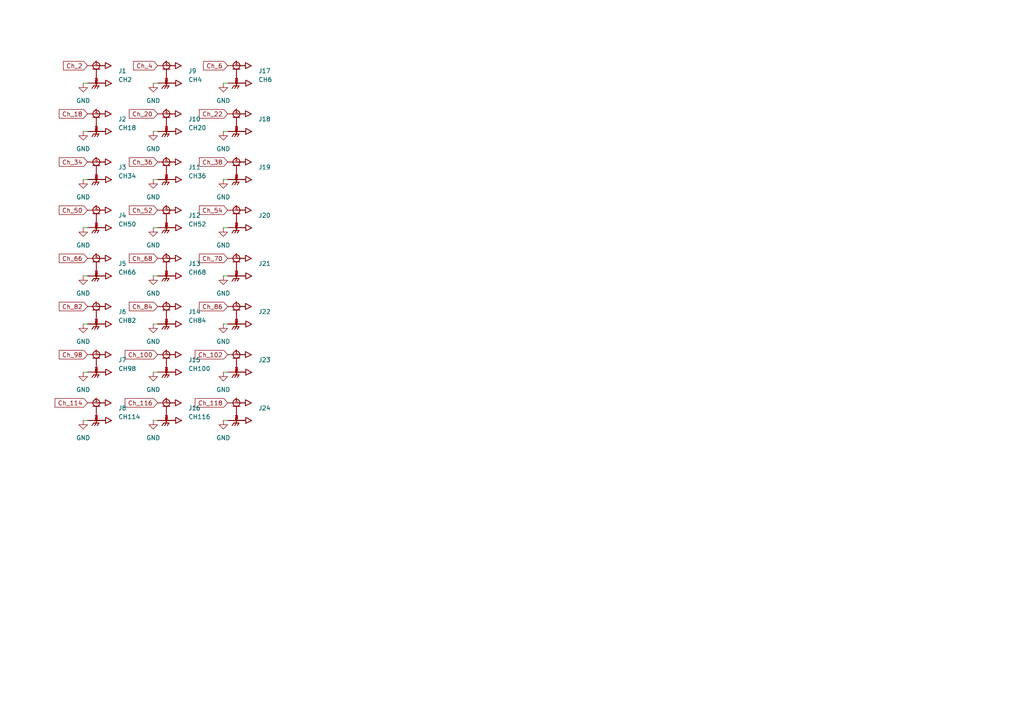
<source format=kicad_sch>
(kicad_sch (version 20231120) (generator "eeschema") (generator_version "8.0")
  (paper "A4")
  (lib_symbols
    (symbol "FARICH:20449-001E-03" (pin_names (offset 1.016))
      (property "Reference" "J" (at -3.816 4.0704 0))
      (property "Value" "20449-001E-03" (at -4.3251 -5.5971 0))
      (symbol "20449-001E-03_0_0"
        (circle (center 0 -2.54) (radius 0.254) (stroke (width 0.254)))
        (polyline (pts (xy -1.016 1.524) (xy 0 1.524)) (stroke (width 0.254)))
        (polyline (pts (xy -0.762 -3.302) (xy -1.27 -4.064)) (stroke (width 0.254)))
        (polyline (pts (xy 0 -3.302) (xy -0.762 -3.302)) (stroke (width 0.254)))
        (polyline (pts (xy 0 -3.302) (xy -0.508 -4.064)) (stroke (width 0.254)))
        (polyline (pts (xy 0 -3.302) (xy 0.762 -3.302)) (stroke (width 0.254)))
        (polyline (pts (xy 0 -2.54) (xy 0 -3.302)) (stroke (width 0.254)))
        (polyline (pts (xy 0 1.524) (xy 0 -2.54)) (stroke (width 0.254)))
        (polyline (pts (xy 0 1.524) (xy 1.016 1.524)) (stroke (width 0.254)))
        (polyline (pts (xy 0.762 -3.302) (xy 0.254 -4.064)) (stroke (width 0.254)))
        (polyline (pts (xy 2.54 -2.54) (xy 0 -2.54)) (stroke (width 0.254)))
        (polyline (pts (xy 2.54 2.54) (xy 0 2.54)) (stroke (width 0.254)))
        (polyline (pts (xy 2.6 1.7) (xy 4.3 2.5)) (stroke (width 0.254)))
        (polyline (pts (xy 2.6 3.4) (xy 2.6 1.7)) (stroke (width 0.254)))
        (polyline (pts (xy 2.7 -3.4) (xy 4.4 -2.6)) (stroke (width 0.254)))
        (polyline (pts (xy 2.7 -1.7) (xy 2.7 -3.4)) (stroke (width 0.254)))
        (polyline (pts (xy 4.3 2.5) (xy 2.7 3.4)) (stroke (width 0.254)))
        (polyline (pts (xy 4.4 -2.6) (xy 2.8 -1.7)) (stroke (width 0.254)))
        (circle (center 0 2.54) (radius 1.016) (stroke (width 0.254)))
        (pin passive line (at -2.54 2.54 0) (length 5.08) (name "~") (number "1"))
        (pin power_in line (at -2.54 -2.54 0) (length 5.08) (name "~") (number "2"))
        (pin power_in line (at -2.54 -2.54 0) (length 5.08) (name "~") (number "3"))
        (pin power_in line (at -2.54 -2.54 0) (length 5.08) (name "~") (number "4"))
      )
    )
    (symbol "power:GND" (power) (pin_numbers hide) (pin_names (offset 0) hide)
      (property "Value" "GND" (at 0 -3.81 0))
      (symbol "GND_0_1"
        (polyline (pts (xy 0 0) (xy 0 -1.27) (xy 1.27 -1.27) (xy 0 -2.54) (xy -1.27 -1.27) (xy 0 -1.27)))
      )
      (symbol "GND_1_1"
        (pin power_in line (at 0 0 270) (length 0) (name "~") (number "1"))
      )
    )
  )
  (wire (pts (xy 24.13 52.07) (xy 25.4 52.07)))
  (wire (pts (xy 24.13 24.13) (xy 25.4 24.13)))
  (wire (pts (xy 44.45 66.04) (xy 45.72 66.04)))
  (wire (pts (xy 44.45 93.98) (xy 45.72 93.98)))
  (wire (pts (xy 64.77 121.92) (xy 66.04 121.92)))
  (wire (pts (xy 44.45 80.01) (xy 45.72 80.01)))
  (wire (pts (xy 64.77 80.01) (xy 66.04 80.01)))
  (wire (pts (xy 64.77 52.07) (xy 66.04 52.07)))
  (wire (pts (xy 44.45 107.95) (xy 45.72 107.95)))
  (wire (pts (xy 44.45 121.92) (xy 45.72 121.92)))
  (wire (pts (xy 24.13 93.98) (xy 25.4 93.98)))
  (wire (pts (xy 64.77 24.13) (xy 66.04 24.13)))
  (wire (pts (xy 64.77 93.98) (xy 66.04 93.98)))
  (wire (pts (xy 64.77 107.95) (xy 66.04 107.95)))
  (wire (pts (xy 64.77 38.1) (xy 66.04 38.1)))
  (wire (pts (xy 24.13 66.04) (xy 25.4 66.04)))
  (wire (pts (xy 24.13 38.1) (xy 25.4 38.1)))
  (wire (pts (xy 24.13 80.01) (xy 25.4 80.01)))
  (wire (pts (xy 24.13 107.95) (xy 25.4 107.95)))
  (wire (pts (xy 24.13 121.92) (xy 25.4 121.92)))
  (wire (pts (xy 64.77 66.04) (xy 66.04 66.04)))
  (wire (pts (xy 44.45 38.1) (xy 45.72 38.1)))
  (wire (pts (xy 44.45 24.13) (xy 45.72 24.13)))
  (wire (pts (xy 44.45 52.07) (xy 45.72 52.07)))
  (global_label "Ch_102" (shape input) (at 66.04 102.87 180) (property "Intersheetrefs" "${INTERSHEET_REFS}" (effects (hide yes))))
  (global_label "Ch_36" (shape input) (at 45.72 46.99 180) (property "Intersheetrefs" "${INTERSHEET_REFS}" (effects (hide yes))))
  (global_label "Ch_84" (shape input) (at 45.72 88.9 180) (property "Intersheetrefs" "${INTERSHEET_REFS}" (effects (hide yes))))
  (global_label "Ch_52" (shape input) (at 45.72 60.96 180) (property "Intersheetrefs" "${INTERSHEET_REFS}" (effects (hide yes))))
  (global_label "Ch_34" (shape input) (at 25.4 46.99 180) (property "Intersheetrefs" "${INTERSHEET_REFS}" (effects (hide yes))))
  (global_label "Ch_114" (shape input) (at 25.4 116.84 180) (property "Intersheetrefs" "${INTERSHEET_REFS}" (effects (hide yes))))
  (global_label "Ch_86" (shape input) (at 66.04 88.9 180) (property "Intersheetrefs" "${INTERSHEET_REFS}" (effects (hide yes))))
  (global_label "Ch_18" (shape input) (at 25.4 33.02 180) (property "Intersheetrefs" "${INTERSHEET_REFS}" (effects (hide yes))))
  (global_label "Ch_100" (shape input) (at 45.72 102.87 180) (property "Intersheetrefs" "${INTERSHEET_REFS}" (effects (hide yes))))
  (global_label "Ch_4" (shape input) (at 45.72 19.05 180) (property "Intersheetrefs" "${INTERSHEET_REFS}" (effects (hide yes))))
  (global_label "Ch_118" (shape input) (at 66.04 116.84 180) (property "Intersheetrefs" "${INTERSHEET_REFS}" (effects (hide yes))))
  (global_label "Ch_22" (shape input) (at 66.04 33.02 180) (property "Intersheetrefs" "${INTERSHEET_REFS}" (effects (hide yes))))
  (global_label "Ch_38" (shape input) (at 66.04 46.99 180) (property "Intersheetrefs" "${INTERSHEET_REFS}" (effects (hide yes))))
  (global_label "Ch_82" (shape input) (at 25.4 88.9 180) (property "Intersheetrefs" "${INTERSHEET_REFS}" (effects (hide yes))))
  (global_label "Ch_116" (shape input) (at 45.72 116.84 180) (property "Intersheetrefs" "${INTERSHEET_REFS}" (effects (hide yes))))
  (global_label "Ch_54" (shape input) (at 66.04 60.96 180) (property "Intersheetrefs" "${INTERSHEET_REFS}" (effects (hide yes))))
  (global_label "Ch_70" (shape input) (at 66.04 74.93 180) (property "Intersheetrefs" "${INTERSHEET_REFS}" (effects (hide yes))))
  (global_label "Ch_20" (shape input) (at 45.72 33.02 180) (property "Intersheetrefs" "${INTERSHEET_REFS}" (effects (hide yes))))
  (global_label "Ch_2" (shape input) (at 25.4 19.05 180) (property "Intersheetrefs" "${INTERSHEET_REFS}" (effects (hide yes))))
  (global_label "Ch_98" (shape input) (at 25.4 102.87 180) (property "Intersheetrefs" "${INTERSHEET_REFS}" (effects (hide yes))))
  (global_label "Ch_50" (shape input) (at 25.4 60.96 180) (property "Intersheetrefs" "${INTERSHEET_REFS}" (effects (hide yes))))
  (global_label "Ch_68" (shape input) (at 45.72 74.93 180) (property "Intersheetrefs" "${INTERSHEET_REFS}" (effects (hide yes))))
  (global_label "Ch_6" (shape input) (at 66.04 19.05 180) (property "Intersheetrefs" "${INTERSHEET_REFS}" (effects (hide yes))))
  (global_label "Ch_66" (shape input) (at 25.4 74.93 180) (property "Intersheetrefs" "${INTERSHEET_REFS}" (effects (hide yes))))
  (symbol (lib_id "power:GND") (at 24.13 93.98 0) (unit 1)
    (property "Reference" "#PWR07" (effects (hide yes)))
    (property "Value" "GND" (at 24.13 99.06 0))
    (property "Description" "Power symbol creates a global label with name \"GND\" , ground" (effects (hide yes)))
  )
  (symbol (lib_id "power:GND") (at 24.13 121.92 0) (unit 1)
    (property "Reference" "#PWR09" (effects (hide yes)))
    (property "Value" "GND" (at 24.13 127 0))
    (property "Description" "Power symbol creates a global label with name \"GND\" , ground" (effects (hide yes)))
  )
  (symbol (lib_id "power:GND") (at 24.13 107.95 0) (unit 1)
    (property "Reference" "#PWR08" (effects (hide yes)))
    (property "Value" "GND" (at 24.13 113.03 0))
    (property "Description" "Power symbol creates a global label with name \"GND\" , ground" (effects (hide yes)))
  )
  (symbol (lib_id "FARICH:20449-001E-03") (at 48.26 119.38 0) (unit 1)
    (property "Reference" "J16" (at 54.61 118.3639 0) (effects (justify left)))
    (property "Value" "CH116" (at 54.61 120.9039 0) (effects (justify left)))
    (property "Footprint" "IPEX:IPEX_20449-001E-03" (effects (hide yes)))
    (property "MF" "I-PEX" (effects (hide yes)))
    (property "Description_1" "\n1 POS Vertical SMD Small form factor with big performance through 6 GHz connector, RF, micro-coaxial MHF 4 Receptacle\n" (effects (hide yes)))
    (property "Package" "None" (effects (hide yes)))
    (property "Price" "None" (effects (hide yes)))
    (property "Check_prices" "https://www.snapeda.com/parts/20449-001E-03/I-PEX/view-part/?ref=eda" (effects (hide yes)))
    (property "PARTREV" "5" (effects (hide yes)))
    (property "SnapEDA_Link" "https://www.snapeda.com/parts/20449-001E-03/I-PEX/view-part/?ref=snap" (effects (hide yes)))
    (property "MP" "20449-001E-03" (effects (hide yes)))
    (property "Purchase-URL" "https://www.snapeda.com/api/url_track_click_mouser/?unipart_id=3220640&manufacturer=I-PEX&part_name=20449-001E-03&search_term=ipex" (effects (hide yes)))
    (property "Availability" "In Stock" (effects (hide yes)))
    (property "STANDART" "Manufacturer Recomendations" (effects (hide yes)))
  )
  (symbol (lib_id "FARICH:20449-001E-03") (at 48.26 63.5 0) (unit 1)
    (property "Reference" "J12" (at 54.61 62.4839 0) (effects (justify left)))
    (property "Value" "CH52" (at 54.61 65.0239 0) (effects (justify left)))
    (property "Footprint" "IPEX:IPEX_20449-001E-03" (effects (hide yes)))
    (property "MF" "I-PEX" (effects (hide yes)))
    (property "Description_1" "\n1 POS Vertical SMD Small form factor with big performance through 6 GHz connector, RF, micro-coaxial MHF 4 Receptacle\n" (effects (hide yes)))
    (property "Package" "None" (effects (hide yes)))
    (property "Price" "None" (effects (hide yes)))
    (property "Check_prices" "https://www.snapeda.com/parts/20449-001E-03/I-PEX/view-part/?ref=eda" (effects (hide yes)))
    (property "PARTREV" "5" (effects (hide yes)))
    (property "SnapEDA_Link" "https://www.snapeda.com/parts/20449-001E-03/I-PEX/view-part/?ref=snap" (effects (hide yes)))
    (property "MP" "20449-001E-03" (effects (hide yes)))
    (property "Purchase-URL" "https://www.snapeda.com/api/url_track_click_mouser/?unipart_id=3220640&manufacturer=I-PEX&part_name=20449-001E-03&search_term=ipex" (effects (hide yes)))
    (property "Availability" "In Stock" (effects (hide yes)))
    (property "STANDART" "Manufacturer Recomendations" (effects (hide yes)))
  )
  (symbol (lib_id "power:GND") (at 64.77 121.92 0) (unit 1)
    (property "Reference" "#PWR025" (effects (hide yes)))
    (property "Value" "GND" (at 64.77 127 0))
    (property "Description" "Power symbol creates a global label with name \"GND\" , ground" (effects (hide yes)))
  )
  (symbol (lib_id "power:GND") (at 64.77 80.01 0) (unit 1)
    (property "Reference" "#PWR022" (effects (hide yes)))
    (property "Value" "GND" (at 64.77 85.09 0))
    (property "Description" "Power symbol creates a global label with name \"GND\" , ground" (effects (hide yes)))
  )
  (symbol (lib_id "FARICH:20449-001E-03") (at 27.94 91.44 0) (unit 1)
    (property "Reference" "J6" (at 34.29 90.4239 0) (effects (justify left)))
    (property "Value" "CH82" (at 34.29 92.9639 0) (effects (justify left)))
    (property "Footprint" "IPEX:IPEX_20449-001E-03" (effects (hide yes)))
    (property "MF" "I-PEX" (effects (hide yes)))
    (property "Description_1" "\n1 POS Vertical SMD Small form factor with big performance through 6 GHz connector, RF, micro-coaxial MHF 4 Receptacle\n" (effects (hide yes)))
    (property "Package" "None" (effects (hide yes)))
    (property "Price" "None" (effects (hide yes)))
    (property "Check_prices" "https://www.snapeda.com/parts/20449-001E-03/I-PEX/view-part/?ref=eda" (effects (hide yes)))
    (property "PARTREV" "5" (effects (hide yes)))
    (property "SnapEDA_Link" "https://www.snapeda.com/parts/20449-001E-03/I-PEX/view-part/?ref=snap" (effects (hide yes)))
    (property "MP" "20449-001E-03" (effects (hide yes)))
    (property "Purchase-URL" "https://www.snapeda.com/api/url_track_click_mouser/?unipart_id=3220640&manufacturer=I-PEX&part_name=20449-001E-03&search_term=ipex" (effects (hide yes)))
    (property "Availability" "In Stock" (effects (hide yes)))
    (property "STANDART" "Manufacturer Recomendations" (effects (hide yes)))
  )
  (symbol (lib_id "power:GND") (at 44.45 121.92 0) (unit 1)
    (property "Reference" "#PWR017" (effects (hide yes)))
    (property "Value" "GND" (at 44.45 127 0))
    (property "Description" "Power symbol creates a global label with name \"GND\" , ground" (effects (hide yes)))
  )
  (symbol (lib_id "power:GND") (at 64.77 52.07 0) (unit 1)
    (property "Reference" "#PWR020" (effects (hide yes)))
    (property "Value" "GND" (at 64.77 57.15 0))
    (property "Description" "Power symbol creates a global label with name \"GND\" , ground" (effects (hide yes)))
  )
  (symbol (lib_id "FARICH:20449-001E-03") (at 68.58 63.5 0) (unit 1)
    (property "Reference" "J20" (at 74.93 62.4839 0) (effects (justify left)))
    (property "Value" "CH54" (effects (hide yes)))
    (property "Footprint" "IPEX:IPEX_20449-001E-03" (effects (hide yes)))
    (property "MF" "I-PEX" (effects (hide yes)))
    (property "Description_1" "\n1 POS Vertical SMD Small form factor with big performance through 6 GHz connector, RF, micro-coaxial MHF 4 Receptacle\n" (effects (hide yes)))
    (property "Package" "None" (effects (hide yes)))
    (property "Price" "None" (effects (hide yes)))
    (property "Check_prices" "https://www.snapeda.com/parts/20449-001E-03/I-PEX/view-part/?ref=eda" (effects (hide yes)))
    (property "PARTREV" "5" (effects (hide yes)))
    (property "SnapEDA_Link" "https://www.snapeda.com/parts/20449-001E-03/I-PEX/view-part/?ref=snap" (effects (hide yes)))
    (property "MP" "20449-001E-03" (effects (hide yes)))
    (property "Purchase-URL" "https://www.snapeda.com/api/url_track_click_mouser/?unipart_id=3220640&manufacturer=I-PEX&part_name=20449-001E-03&search_term=ipex" (effects (hide yes)))
    (property "Availability" "In Stock" (effects (hide yes)))
    (property "STANDART" "Manufacturer Recomendations" (effects (hide yes)))
  )
  (symbol (lib_id "power:GND") (at 44.45 38.1 0) (unit 1)
    (property "Reference" "#PWR011" (effects (hide yes)))
    (property "Value" "GND" (at 44.45 43.18 0))
    (property "Description" "Power symbol creates a global label with name \"GND\" , ground" (effects (hide yes)))
  )
  (symbol (lib_id "FARICH:20449-001E-03") (at 27.94 63.5 0) (unit 1)
    (property "Reference" "J4" (at 34.29 62.4839 0) (effects (justify left)))
    (property "Value" "CH50" (at 34.29 65.0239 0) (effects (justify left)))
    (property "Footprint" "IPEX:IPEX_20449-001E-03" (effects (hide yes)))
    (property "MF" "I-PEX" (effects (hide yes)))
    (property "Description_1" "\n1 POS Vertical SMD Small form factor with big performance through 6 GHz connector, RF, micro-coaxial MHF 4 Receptacle\n" (effects (hide yes)))
    (property "Package" "None" (effects (hide yes)))
    (property "Price" "None" (effects (hide yes)))
    (property "Check_prices" "https://www.snapeda.com/parts/20449-001E-03/I-PEX/view-part/?ref=eda" (effects (hide yes)))
    (property "PARTREV" "5" (effects (hide yes)))
    (property "SnapEDA_Link" "https://www.snapeda.com/parts/20449-001E-03/I-PEX/view-part/?ref=snap" (effects (hide yes)))
    (property "MP" "20449-001E-03" (effects (hide yes)))
    (property "Purchase-URL" "https://www.snapeda.com/api/url_track_click_mouser/?unipart_id=3220640&manufacturer=I-PEX&part_name=20449-001E-03&search_term=ipex" (effects (hide yes)))
    (property "Availability" "In Stock" (effects (hide yes)))
    (property "STANDART" "Manufacturer Recomendations" (effects (hide yes)))
  )
  (symbol (lib_id "FARICH:20449-001E-03") (at 68.58 105.41 0) (unit 1)
    (property "Reference" "J23" (at 74.93 104.3939 0) (effects (justify left)))
    (property "Value" "CH102" (effects (hide yes)))
    (property "Footprint" "IPEX:IPEX_20449-001E-03" (effects (hide yes)))
    (property "MF" "I-PEX" (effects (hide yes)))
    (property "Description_1" "\n1 POS Vertical SMD Small form factor with big performance through 6 GHz connector, RF, micro-coaxial MHF 4 Receptacle\n" (effects (hide yes)))
    (property "Package" "None" (effects (hide yes)))
    (property "Price" "None" (effects (hide yes)))
    (property "Check_prices" "https://www.snapeda.com/parts/20449-001E-03/I-PEX/view-part/?ref=eda" (effects (hide yes)))
    (property "PARTREV" "5" (effects (hide yes)))
    (property "SnapEDA_Link" "https://www.snapeda.com/parts/20449-001E-03/I-PEX/view-part/?ref=snap" (effects (hide yes)))
    (property "MP" "20449-001E-03" (effects (hide yes)))
    (property "Purchase-URL" "https://www.snapeda.com/api/url_track_click_mouser/?unipart_id=3220640&manufacturer=I-PEX&part_name=20449-001E-03&search_term=ipex" (effects (hide yes)))
    (property "Availability" "In Stock" (effects (hide yes)))
    (property "STANDART" "Manufacturer Recomendations" (effects (hide yes)))
  )
  (symbol (lib_id "FARICH:20449-001E-03") (at 48.26 21.59 0) (unit 1)
    (property "Reference" "J9" (at 54.61 20.5739 0) (effects (justify left)))
    (property "Value" "CH4" (at 54.61 23.1139 0) (effects (justify left)))
    (property "Footprint" "IPEX:IPEX_20449-001E-03" (effects (hide yes)))
    (property "MF" "I-PEX" (effects (hide yes)))
    (property "Description_1" "\n1 POS Vertical SMD Small form factor with big performance through 6 GHz connector, RF, micro-coaxial MHF 4 Receptacle\n" (effects (hide yes)))
    (property "Package" "None" (effects (hide yes)))
    (property "Price" "None" (effects (hide yes)))
    (property "Check_prices" "https://www.snapeda.com/parts/20449-001E-03/I-PEX/view-part/?ref=eda" (effects (hide yes)))
    (property "PARTREV" "5" (effects (hide yes)))
    (property "SnapEDA_Link" "https://www.snapeda.com/parts/20449-001E-03/I-PEX/view-part/?ref=snap" (effects (hide yes)))
    (property "MP" "20449-001E-03" (effects (hide yes)))
    (property "Purchase-URL" "https://www.snapeda.com/api/url_track_click_mouser/?unipart_id=3220640&manufacturer=I-PEX&part_name=20449-001E-03&search_term=ipex" (effects (hide yes)))
    (property "Availability" "In Stock" (effects (hide yes)))
    (property "STANDART" "Manufacturer Recomendations" (effects (hide yes)))
  )
  (symbol (lib_id "FARICH:20449-001E-03") (at 68.58 77.47 0) (unit 1)
    (property "Reference" "J21" (at 74.93 76.4539 0) (effects (justify left)))
    (property "Value" "CH70" (effects (hide yes)))
    (property "Footprint" "IPEX:IPEX_20449-001E-03" (effects (hide yes)))
    (property "MF" "I-PEX" (effects (hide yes)))
    (property "Description_1" "\n1 POS Vertical SMD Small form factor with big performance through 6 GHz connector, RF, micro-coaxial MHF 4 Receptacle\n" (effects (hide yes)))
    (property "Package" "None" (effects (hide yes)))
    (property "Price" "None" (effects (hide yes)))
    (property "Check_prices" "https://www.snapeda.com/parts/20449-001E-03/I-PEX/view-part/?ref=eda" (effects (hide yes)))
    (property "PARTREV" "5" (effects (hide yes)))
    (property "SnapEDA_Link" "https://www.snapeda.com/parts/20449-001E-03/I-PEX/view-part/?ref=snap" (effects (hide yes)))
    (property "MP" "20449-001E-03" (effects (hide yes)))
    (property "Purchase-URL" "https://www.snapeda.com/api/url_track_click_mouser/?unipart_id=3220640&manufacturer=I-PEX&part_name=20449-001E-03&search_term=ipex" (effects (hide yes)))
    (property "Availability" "In Stock" (effects (hide yes)))
    (property "STANDART" "Manufacturer Recomendations" (effects (hide yes)))
  )
  (symbol (lib_id "power:GND") (at 64.77 66.04 0) (unit 1)
    (property "Reference" "#PWR021" (effects (hide yes)))
    (property "Value" "GND" (at 64.77 71.12 0))
    (property "Description" "Power symbol creates a global label with name \"GND\" , ground" (effects (hide yes)))
  )
  (symbol (lib_id "FARICH:20449-001E-03") (at 27.94 21.59 0) (unit 1)
    (property "Reference" "J1" (at 34.29 20.5739 0) (effects (justify left)))
    (property "Value" "CH2" (at 34.29 23.1139 0) (effects (justify left)))
    (property "Footprint" "IPEX:IPEX_20449-001E-03" (effects (hide yes)))
    (property "MF" "I-PEX" (effects (hide yes)))
    (property "Description_1" "\n1 POS Vertical SMD Small form factor with big performance through 6 GHz connector, RF, micro-coaxial MHF 4 Receptacle\n" (effects (hide yes)))
    (property "Package" "None" (effects (hide yes)))
    (property "Price" "None" (effects (hide yes)))
    (property "Check_prices" "https://www.snapeda.com/parts/20449-001E-03/I-PEX/view-part/?ref=eda" (effects (hide yes)))
    (property "PARTREV" "5" (effects (hide yes)))
    (property "SnapEDA_Link" "https://www.snapeda.com/parts/20449-001E-03/I-PEX/view-part/?ref=snap" (effects (hide yes)))
    (property "MP" "20449-001E-03" (effects (hide yes)))
    (property "Purchase-URL" "https://www.snapeda.com/api/url_track_click_mouser/?unipart_id=3220640&manufacturer=I-PEX&part_name=20449-001E-03&search_term=ipex" (effects (hide yes)))
    (property "Availability" "In Stock" (effects (hide yes)))
    (property "STANDART" "Manufacturer Recomendations" (effects (hide yes)))
  )
  (symbol (lib_id "power:GND") (at 64.77 107.95 0) (unit 1)
    (property "Reference" "#PWR024" (effects (hide yes)))
    (property "Value" "GND" (at 64.77 113.03 0))
    (property "Description" "Power symbol creates a global label with name \"GND\" , ground" (effects (hide yes)))
  )
  (symbol (lib_id "power:GND") (at 64.77 38.1 0) (unit 1)
    (property "Reference" "#PWR019" (effects (hide yes)))
    (property "Value" "GND" (at 64.77 43.18 0))
    (property "Description" "Power symbol creates a global label with name \"GND\" , ground" (effects (hide yes)))
  )
  (symbol (lib_id "FARICH:20449-001E-03") (at 68.58 119.38 0) (unit 1)
    (property "Reference" "J24" (at 74.93 118.3639 0) (effects (justify left)))
    (property "Value" "CH118" (effects (hide yes)))
    (property "Footprint" "IPEX:IPEX_20449-001E-03" (effects (hide yes)))
    (property "MF" "I-PEX" (effects (hide yes)))
    (property "Description_1" "\n1 POS Vertical SMD Small form factor with big performance through 6 GHz connector, RF, micro-coaxial MHF 4 Receptacle\n" (effects (hide yes)))
    (property "Package" "None" (effects (hide yes)))
    (property "Price" "None" (effects (hide yes)))
    (property "Check_prices" "https://www.snapeda.com/parts/20449-001E-03/I-PEX/view-part/?ref=eda" (effects (hide yes)))
    (property "PARTREV" "5" (effects (hide yes)))
    (property "SnapEDA_Link" "https://www.snapeda.com/parts/20449-001E-03/I-PEX/view-part/?ref=snap" (effects (hide yes)))
    (property "MP" "20449-001E-03" (effects (hide yes)))
    (property "Purchase-URL" "https://www.snapeda.com/api/url_track_click_mouser/?unipart_id=3220640&manufacturer=I-PEX&part_name=20449-001E-03&search_term=ipex" (effects (hide yes)))
    (property "Availability" "In Stock" (effects (hide yes)))
    (property "STANDART" "Manufacturer Recomendations" (effects (hide yes)))
  )
  (symbol (lib_id "FARICH:20449-001E-03") (at 48.26 49.53 0) (unit 1)
    (property "Reference" "J11" (at 54.61 48.5139 0) (effects (justify left)))
    (property "Value" "CH36" (at 54.61 51.0539 0) (effects (justify left)))
    (property "Footprint" "IPEX:IPEX_20449-001E-03" (effects (hide yes)))
    (property "MF" "I-PEX" (effects (hide yes)))
    (property "Description_1" "\n1 POS Vertical SMD Small form factor with big performance through 6 GHz connector, RF, micro-coaxial MHF 4 Receptacle\n" (effects (hide yes)))
    (property "Package" "None" (effects (hide yes)))
    (property "Price" "None" (effects (hide yes)))
    (property "Check_prices" "https://www.snapeda.com/parts/20449-001E-03/I-PEX/view-part/?ref=eda" (effects (hide yes)))
    (property "PARTREV" "5" (effects (hide yes)))
    (property "SnapEDA_Link" "https://www.snapeda.com/parts/20449-001E-03/I-PEX/view-part/?ref=snap" (effects (hide yes)))
    (property "MP" "20449-001E-03" (effects (hide yes)))
    (property "Purchase-URL" "https://www.snapeda.com/api/url_track_click_mouser/?unipart_id=3220640&manufacturer=I-PEX&part_name=20449-001E-03&search_term=ipex" (effects (hide yes)))
    (property "Availability" "In Stock" (effects (hide yes)))
    (property "STANDART" "Manufacturer Recomendations" (effects (hide yes)))
  )
  (symbol (lib_id "FARICH:20449-001E-03") (at 48.26 105.41 0) (unit 1)
    (property "Reference" "J15" (at 54.61 104.3939 0) (effects (justify left)))
    (property "Value" "CH100" (at 54.61 106.9339 0) (effects (justify left)))
    (property "Footprint" "IPEX:IPEX_20449-001E-03" (effects (hide yes)))
    (property "MF" "I-PEX" (effects (hide yes)))
    (property "Description_1" "\n1 POS Vertical SMD Small form factor with big performance through 6 GHz connector, RF, micro-coaxial MHF 4 Receptacle\n" (effects (hide yes)))
    (property "Package" "None" (effects (hide yes)))
    (property "Price" "None" (effects (hide yes)))
    (property "Check_prices" "https://www.snapeda.com/parts/20449-001E-03/I-PEX/view-part/?ref=eda" (effects (hide yes)))
    (property "PARTREV" "5" (effects (hide yes)))
    (property "SnapEDA_Link" "https://www.snapeda.com/parts/20449-001E-03/I-PEX/view-part/?ref=snap" (effects (hide yes)))
    (property "MP" "20449-001E-03" (effects (hide yes)))
    (property "Purchase-URL" "https://www.snapeda.com/api/url_track_click_mouser/?unipart_id=3220640&manufacturer=I-PEX&part_name=20449-001E-03&search_term=ipex" (effects (hide yes)))
    (property "Availability" "In Stock" (effects (hide yes)))
    (property "STANDART" "Manufacturer Recomendations" (effects (hide yes)))
  )
  (symbol (lib_id "FARICH:20449-001E-03") (at 27.94 105.41 0) (unit 1)
    (property "Reference" "J7" (at 34.29 104.3939 0) (effects (justify left)))
    (property "Value" "CH98" (at 34.29 106.9339 0) (effects (justify left)))
    (property "Footprint" "IPEX:IPEX_20449-001E-03" (effects (hide yes)))
    (property "MF" "I-PEX" (effects (hide yes)))
    (property "Description_1" "\n1 POS Vertical SMD Small form factor with big performance through 6 GHz connector, RF, micro-coaxial MHF 4 Receptacle\n" (effects (hide yes)))
    (property "Package" "None" (effects (hide yes)))
    (property "Price" "None" (effects (hide yes)))
    (property "Check_prices" "https://www.snapeda.com/parts/20449-001E-03/I-PEX/view-part/?ref=eda" (effects (hide yes)))
    (property "PARTREV" "5" (effects (hide yes)))
    (property "SnapEDA_Link" "https://www.snapeda.com/parts/20449-001E-03/I-PEX/view-part/?ref=snap" (effects (hide yes)))
    (property "MP" "20449-001E-03" (effects (hide yes)))
    (property "Purchase-URL" "https://www.snapeda.com/api/url_track_click_mouser/?unipart_id=3220640&manufacturer=I-PEX&part_name=20449-001E-03&search_term=ipex" (effects (hide yes)))
    (property "Availability" "In Stock" (effects (hide yes)))
    (property "STANDART" "Manufacturer Recomendations" (effects (hide yes)))
  )
  (symbol (lib_id "FARICH:20449-001E-03") (at 68.58 49.53 0) (unit 1)
    (property "Reference" "J19" (at 74.93 48.5139 0) (effects (justify left)))
    (property "Value" "CH38" (effects (hide yes)))
    (property "Footprint" "IPEX:IPEX_20449-001E-03" (effects (hide yes)))
    (property "MF" "I-PEX" (effects (hide yes)))
    (property "Description_1" "\n1 POS Vertical SMD Small form factor with big performance through 6 GHz connector, RF, micro-coaxial MHF 4 Receptacle\n" (effects (hide yes)))
    (property "Package" "None" (effects (hide yes)))
    (property "Price" "None" (effects (hide yes)))
    (property "Check_prices" "https://www.snapeda.com/parts/20449-001E-03/I-PEX/view-part/?ref=eda" (effects (hide yes)))
    (property "PARTREV" "5" (effects (hide yes)))
    (property "SnapEDA_Link" "https://www.snapeda.com/parts/20449-001E-03/I-PEX/view-part/?ref=snap" (effects (hide yes)))
    (property "MP" "20449-001E-03" (effects (hide yes)))
    (property "Purchase-URL" "https://www.snapeda.com/api/url_track_click_mouser/?unipart_id=3220640&manufacturer=I-PEX&part_name=20449-001E-03&search_term=ipex" (effects (hide yes)))
    (property "Availability" "In Stock" (effects (hide yes)))
    (property "STANDART" "Manufacturer Recomendations" (effects (hide yes)))
  )
  (symbol (lib_id "FARICH:20449-001E-03") (at 68.58 91.44 0) (unit 1)
    (property "Reference" "J22" (at 74.93 90.4239 0) (effects (justify left)))
    (property "Value" "CH86" (effects (hide yes)))
    (property "Footprint" "IPEX:IPEX_20449-001E-03" (effects (hide yes)))
    (property "MF" "I-PEX" (effects (hide yes)))
    (property "Description_1" "\n1 POS Vertical SMD Small form factor with big performance through 6 GHz connector, RF, micro-coaxial MHF 4 Receptacle\n" (effects (hide yes)))
    (property "Package" "None" (effects (hide yes)))
    (property "Price" "None" (effects (hide yes)))
    (property "Check_prices" "https://www.snapeda.com/parts/20449-001E-03/I-PEX/view-part/?ref=eda" (effects (hide yes)))
    (property "PARTREV" "5" (effects (hide yes)))
    (property "SnapEDA_Link" "https://www.snapeda.com/parts/20449-001E-03/I-PEX/view-part/?ref=snap" (effects (hide yes)))
    (property "MP" "20449-001E-03" (effects (hide yes)))
    (property "Purchase-URL" "https://www.snapeda.com/api/url_track_click_mouser/?unipart_id=3220640&manufacturer=I-PEX&part_name=20449-001E-03&search_term=ipex" (effects (hide yes)))
    (property "Availability" "In Stock" (effects (hide yes)))
    (property "STANDART" "Manufacturer Recomendations" (effects (hide yes)))
  )
  (symbol (lib_id "power:GND") (at 64.77 24.13 0) (unit 1)
    (property "Reference" "#PWR018" (effects (hide yes)))
    (property "Value" "GND" (at 64.77 29.21 0))
    (property "Description" "Power symbol creates a global label with name \"GND\" , ground" (effects (hide yes)))
  )
  (symbol (lib_id "power:GND") (at 24.13 66.04 0) (unit 1)
    (property "Reference" "#PWR05" (effects (hide yes)))
    (property "Value" "GND" (at 24.13 71.12 0))
    (property "Description" "Power symbol creates a global label with name \"GND\" , ground" (effects (hide yes)))
  )
  (symbol (lib_id "power:GND") (at 44.45 107.95 0) (unit 1)
    (property "Reference" "#PWR016" (effects (hide yes)))
    (property "Value" "GND" (at 44.45 113.03 0))
    (property "Description" "Power symbol creates a global label with name \"GND\" , ground" (effects (hide yes)))
  )
  (symbol (lib_id "FARICH:20449-001E-03") (at 27.94 49.53 0) (unit 1)
    (property "Reference" "J3" (at 34.29 48.5139 0) (effects (justify left)))
    (property "Value" "CH34" (at 34.29 51.0539 0) (effects (justify left)))
    (property "Footprint" "IPEX:IPEX_20449-001E-03" (effects (hide yes)))
    (property "MF" "I-PEX" (effects (hide yes)))
    (property "Description_1" "\n1 POS Vertical SMD Small form factor with big performance through 6 GHz connector, RF, micro-coaxial MHF 4 Receptacle\n" (effects (hide yes)))
    (property "Package" "None" (effects (hide yes)))
    (property "Price" "None" (effects (hide yes)))
    (property "Check_prices" "https://www.snapeda.com/parts/20449-001E-03/I-PEX/view-part/?ref=eda" (effects (hide yes)))
    (property "PARTREV" "5" (effects (hide yes)))
    (property "SnapEDA_Link" "https://www.snapeda.com/parts/20449-001E-03/I-PEX/view-part/?ref=snap" (effects (hide yes)))
    (property "MP" "20449-001E-03" (effects (hide yes)))
    (property "Purchase-URL" "https://www.snapeda.com/api/url_track_click_mouser/?unipart_id=3220640&manufacturer=I-PEX&part_name=20449-001E-03&search_term=ipex" (effects (hide yes)))
    (property "Availability" "In Stock" (effects (hide yes)))
    (property "STANDART" "Manufacturer Recomendations" (effects (hide yes)))
  )
  (symbol (lib_id "power:GND") (at 24.13 52.07 0) (unit 1)
    (property "Reference" "#PWR04" (effects (hide yes)))
    (property "Value" "GND" (at 24.13 57.15 0))
    (property "Description" "Power symbol creates a global label with name \"GND\" , ground" (effects (hide yes)))
  )
  (symbol (lib_id "power:GND") (at 64.77 93.98 0) (unit 1)
    (property "Reference" "#PWR023" (effects (hide yes)))
    (property "Value" "GND" (at 64.77 99.06 0))
    (property "Description" "Power symbol creates a global label with name \"GND\" , ground" (effects (hide yes)))
  )
  (symbol (lib_id "FARICH:20449-001E-03") (at 48.26 91.44 0) (unit 1)
    (property "Reference" "J14" (at 54.61 90.4239 0) (effects (justify left)))
    (property "Value" "CH84" (at 54.61 92.9639 0) (effects (justify left)))
    (property "Footprint" "IPEX:IPEX_20449-001E-03" (effects (hide yes)))
    (property "MF" "I-PEX" (effects (hide yes)))
    (property "Description_1" "\n1 POS Vertical SMD Small form factor with big performance through 6 GHz connector, RF, micro-coaxial MHF 4 Receptacle\n" (effects (hide yes)))
    (property "Package" "None" (effects (hide yes)))
    (property "Price" "None" (effects (hide yes)))
    (property "Check_prices" "https://www.snapeda.com/parts/20449-001E-03/I-PEX/view-part/?ref=eda" (effects (hide yes)))
    (property "PARTREV" "5" (effects (hide yes)))
    (property "SnapEDA_Link" "https://www.snapeda.com/parts/20449-001E-03/I-PEX/view-part/?ref=snap" (effects (hide yes)))
    (property "MP" "20449-001E-03" (effects (hide yes)))
    (property "Purchase-URL" "https://www.snapeda.com/api/url_track_click_mouser/?unipart_id=3220640&manufacturer=I-PEX&part_name=20449-001E-03&search_term=ipex" (effects (hide yes)))
    (property "Availability" "In Stock" (effects (hide yes)))
    (property "STANDART" "Manufacturer Recomendations" (effects (hide yes)))
  )
  (symbol (lib_id "power:GND") (at 24.13 24.13 0) (unit 1)
    (property "Reference" "#PWR02" (effects (hide yes)))
    (property "Value" "GND" (at 24.13 29.21 0))
    (property "Description" "Power symbol creates a global label with name \"GND\" , ground" (effects (hide yes)))
  )
  (symbol (lib_id "FARICH:20449-001E-03") (at 48.26 35.56 0) (unit 1)
    (property "Reference" "J10" (at 54.61 34.5439 0) (effects (justify left)))
    (property "Value" "CH20" (at 54.61 37.0839 0) (effects (justify left)))
    (property "Footprint" "IPEX:IPEX_20449-001E-03" (effects (hide yes)))
    (property "MF" "I-PEX" (effects (hide yes)))
    (property "Description_1" "\n1 POS Vertical SMD Small form factor with big performance through 6 GHz connector, RF, micro-coaxial MHF 4 Receptacle\n" (effects (hide yes)))
    (property "Package" "None" (effects (hide yes)))
    (property "Price" "None" (effects (hide yes)))
    (property "Check_prices" "https://www.snapeda.com/parts/20449-001E-03/I-PEX/view-part/?ref=eda" (effects (hide yes)))
    (property "PARTREV" "5" (effects (hide yes)))
    (property "SnapEDA_Link" "https://www.snapeda.com/parts/20449-001E-03/I-PEX/view-part/?ref=snap" (effects (hide yes)))
    (property "MP" "20449-001E-03" (effects (hide yes)))
    (property "Purchase-URL" "https://www.snapeda.com/api/url_track_click_mouser/?unipart_id=3220640&manufacturer=I-PEX&part_name=20449-001E-03&search_term=ipex" (effects (hide yes)))
    (property "Availability" "In Stock" (effects (hide yes)))
    (property "STANDART" "Manufacturer Recomendations" (effects (hide yes)))
  )
  (symbol (lib_id "FARICH:20449-001E-03") (at 68.58 35.56 0) (unit 1)
    (property "Reference" "J18" (at 74.93 34.5439 0) (effects (justify left)))
    (property "Value" "CH22" (effects (hide yes)))
    (property "Footprint" "IPEX:IPEX_20449-001E-03" (effects (hide yes)))
    (property "MF" "I-PEX" (effects (hide yes)))
    (property "Description_1" "\n1 POS Vertical SMD Small form factor with big performance through 6 GHz connector, RF, micro-coaxial MHF 4 Receptacle\n" (effects (hide yes)))
    (property "Package" "None" (effects (hide yes)))
    (property "Price" "None" (effects (hide yes)))
    (property "Check_prices" "https://www.snapeda.com/parts/20449-001E-03/I-PEX/view-part/?ref=eda" (effects (hide yes)))
    (property "PARTREV" "5" (effects (hide yes)))
    (property "SnapEDA_Link" "https://www.snapeda.com/parts/20449-001E-03/I-PEX/view-part/?ref=snap" (effects (hide yes)))
    (property "MP" "20449-001E-03" (effects (hide yes)))
    (property "Purchase-URL" "https://www.snapeda.com/api/url_track_click_mouser/?unipart_id=3220640&manufacturer=I-PEX&part_name=20449-001E-03&search_term=ipex" (effects (hide yes)))
    (property "Availability" "In Stock" (effects (hide yes)))
    (property "STANDART" "Manufacturer Recomendations" (effects (hide yes)))
  )
  (symbol (lib_id "power:GND") (at 44.45 80.01 0) (unit 1)
    (property "Reference" "#PWR014" (effects (hide yes)))
    (property "Value" "GND" (at 44.45 85.09 0))
    (property "Description" "Power symbol creates a global label with name \"GND\" , ground" (effects (hide yes)))
  )
  (symbol (lib_id "FARICH:20449-001E-03") (at 27.94 35.56 0) (unit 1)
    (property "Reference" "J2" (at 34.29 34.5439 0) (effects (justify left)))
    (property "Value" "CH18" (at 34.29 37.0839 0) (effects (justify left)))
    (property "Footprint" "IPEX:IPEX_20449-001E-03" (effects (hide yes)))
    (property "MF" "I-PEX" (effects (hide yes)))
    (property "Description_1" "\n1 POS Vertical SMD Small form factor with big performance through 6 GHz connector, RF, micro-coaxial MHF 4 Receptacle\n" (effects (hide yes)))
    (property "Package" "None" (effects (hide yes)))
    (property "Price" "None" (effects (hide yes)))
    (property "Check_prices" "https://www.snapeda.com/parts/20449-001E-03/I-PEX/view-part/?ref=eda" (effects (hide yes)))
    (property "PARTREV" "5" (effects (hide yes)))
    (property "SnapEDA_Link" "https://www.snapeda.com/parts/20449-001E-03/I-PEX/view-part/?ref=snap" (effects (hide yes)))
    (property "MP" "20449-001E-03" (effects (hide yes)))
    (property "Purchase-URL" "https://www.snapeda.com/api/url_track_click_mouser/?unipart_id=3220640&manufacturer=I-PEX&part_name=20449-001E-03&search_term=ipex" (effects (hide yes)))
    (property "Availability" "In Stock" (effects (hide yes)))
    (property "STANDART" "Manufacturer Recomendations" (effects (hide yes)))
  )
  (symbol (lib_id "FARICH:20449-001E-03") (at 27.94 77.47 0) (unit 1)
    (property "Reference" "J5" (at 34.29 76.4539 0) (effects (justify left)))
    (property "Value" "CH66" (at 34.29 78.9939 0) (effects (justify left)))
    (property "Footprint" "IPEX:IPEX_20449-001E-03" (effects (hide yes)))
    (property "MF" "I-PEX" (effects (hide yes)))
    (property "Description_1" "\n1 POS Vertical SMD Small form factor with big performance through 6 GHz connector, RF, micro-coaxial MHF 4 Receptacle\n" (effects (hide yes)))
    (property "Package" "None" (effects (hide yes)))
    (property "Price" "None" (effects (hide yes)))
    (property "Check_prices" "https://www.snapeda.com/parts/20449-001E-03/I-PEX/view-part/?ref=eda" (effects (hide yes)))
    (property "PARTREV" "5" (effects (hide yes)))
    (property "SnapEDA_Link" "https://www.snapeda.com/parts/20449-001E-03/I-PEX/view-part/?ref=snap" (effects (hide yes)))
    (property "MP" "20449-001E-03" (effects (hide yes)))
    (property "Purchase-URL" "https://www.snapeda.com/api/url_track_click_mouser/?unipart_id=3220640&manufacturer=I-PEX&part_name=20449-001E-03&search_term=ipex" (effects (hide yes)))
    (property "Availability" "In Stock" (effects (hide yes)))
    (property "STANDART" "Manufacturer Recomendations" (effects (hide yes)))
  )
  (symbol (lib_id "power:GND") (at 24.13 80.01 0) (unit 1)
    (property "Reference" "#PWR06" (effects (hide yes)))
    (property "Value" "GND" (at 24.13 85.09 0))
    (property "Description" "Power symbol creates a global label with name \"GND\" , ground" (effects (hide yes)))
  )
  (symbol (lib_id "FARICH:20449-001E-03") (at 48.26 77.47 0) (unit 1)
    (property "Reference" "J13" (at 54.61 76.4539 0) (effects (justify left)))
    (property "Value" "CH68" (at 54.61 78.9939 0) (effects (justify left)))
    (property "Footprint" "IPEX:IPEX_20449-001E-03" (effects (hide yes)))
    (property "MF" "I-PEX" (effects (hide yes)))
    (property "Description_1" "\n1 POS Vertical SMD Small form factor with big performance through 6 GHz connector, RF, micro-coaxial MHF 4 Receptacle\n" (effects (hide yes)))
    (property "Package" "None" (effects (hide yes)))
    (property "Price" "None" (effects (hide yes)))
    (property "Check_prices" "https://www.snapeda.com/parts/20449-001E-03/I-PEX/view-part/?ref=eda" (effects (hide yes)))
    (property "PARTREV" "5" (effects (hide yes)))
    (property "SnapEDA_Link" "https://www.snapeda.com/parts/20449-001E-03/I-PEX/view-part/?ref=snap" (effects (hide yes)))
    (property "MP" "20449-001E-03" (effects (hide yes)))
    (property "Purchase-URL" "https://www.snapeda.com/api/url_track_click_mouser/?unipart_id=3220640&manufacturer=I-PEX&part_name=20449-001E-03&search_term=ipex" (effects (hide yes)))
    (property "Availability" "In Stock" (effects (hide yes)))
    (property "STANDART" "Manufacturer Recomendations" (effects (hide yes)))
  )
  (symbol (lib_id "FARICH:20449-001E-03") (at 68.58 21.59 0) (unit 1)
    (property "Reference" "J17" (at 74.93 20.5739 0) (effects (justify left)))
    (property "Value" "CH6" (at 74.93 23.1139 0) (effects (justify left)))
    (property "Footprint" "IPEX:IPEX_20449-001E-03" (effects (hide yes)))
    (property "MF" "I-PEX" (effects (hide yes)))
    (property "Description_1" "\n1 POS Vertical SMD Small form factor with big performance through 6 GHz connector, RF, micro-coaxial MHF 4 Receptacle\n" (effects (hide yes)))
    (property "Package" "None" (effects (hide yes)))
    (property "Price" "None" (effects (hide yes)))
    (property "Check_prices" "https://www.snapeda.com/parts/20449-001E-03/I-PEX/view-part/?ref=eda" (effects (hide yes)))
    (property "PARTREV" "5" (effects (hide yes)))
    (property "SnapEDA_Link" "https://www.snapeda.com/parts/20449-001E-03/I-PEX/view-part/?ref=snap" (effects (hide yes)))
    (property "MP" "20449-001E-03" (effects (hide yes)))
    (property "Purchase-URL" "https://www.snapeda.com/api/url_track_click_mouser/?unipart_id=3220640&manufacturer=I-PEX&part_name=20449-001E-03&search_term=ipex" (effects (hide yes)))
    (property "Availability" "In Stock" (effects (hide yes)))
    (property "STANDART" "Manufacturer Recomendations" (effects (hide yes)))
  )
  (symbol (lib_id "power:GND") (at 44.45 24.13 0) (unit 1)
    (property "Reference" "#PWR010" (effects (hide yes)))
    (property "Value" "GND" (at 44.45 29.21 0))
    (property "Description" "Power symbol creates a global label with name \"GND\" , ground" (effects (hide yes)))
  )
  (symbol (lib_id "power:GND") (at 44.45 52.07 0) (unit 1)
    (property "Reference" "#PWR012" (effects (hide yes)))
    (property "Value" "GND" (at 44.45 57.15 0))
    (property "Description" "Power symbol creates a global label with name \"GND\" , ground" (effects (hide yes)))
  )
  (symbol (lib_id "FARICH:20449-001E-03") (at 27.94 119.38 0) (unit 1)
    (property "Reference" "J8" (at 34.29 118.3639 0) (effects (justify left)))
    (property "Value" "CH114" (at 34.29 120.9039 0) (effects (justify left)))
    (property "Footprint" "IPEX:IPEX_20449-001E-03" (effects (hide yes)))
    (property "MF" "I-PEX" (effects (hide yes)))
    (property "Description_1" "\n1 POS Vertical SMD Small form factor with big performance through 6 GHz connector, RF, micro-coaxial MHF 4 Receptacle\n" (effects (hide yes)))
    (property "Package" "None" (effects (hide yes)))
    (property "Price" "None" (effects (hide yes)))
    (property "Check_prices" "https://www.snapeda.com/parts/20449-001E-03/I-PEX/view-part/?ref=eda" (effects (hide yes)))
    (property "PARTREV" "5" (effects (hide yes)))
    (property "SnapEDA_Link" "https://www.snapeda.com/parts/20449-001E-03/I-PEX/view-part/?ref=snap" (effects (hide yes)))
    (property "MP" "20449-001E-03" (effects (hide yes)))
    (property "Purchase-URL" "https://www.snapeda.com/api/url_track_click_mouser/?unipart_id=3220640&manufacturer=I-PEX&part_name=20449-001E-03&search_term=ipex" (effects (hide yes)))
    (property "Availability" "In Stock" (effects (hide yes)))
    (property "STANDART" "Manufacturer Recomendations" (effects (hide yes)))
  )
  (symbol (lib_id "power:GND") (at 44.45 93.98 0) (unit 1)
    (property "Reference" "#PWR015" (effects (hide yes)))
    (property "Value" "GND" (at 44.45 99.06 0))
    (property "Description" "Power symbol creates a global label with name \"GND\" , ground" (effects (hide yes)))
  )
  (symbol (lib_id "power:GND") (at 44.45 66.04 0) (unit 1)
    (property "Reference" "#PWR013" (effects (hide yes)))
    (property "Value" "GND" (at 44.45 71.12 0))
    (property "Description" "Power symbol creates a global label with name \"GND\" , ground" (effects (hide yes)))
  )
  (symbol (lib_id "power:GND") (at 24.13 38.1 0) (unit 1)
    (property "Reference" "#PWR03" (effects (hide yes)))
    (property "Value" "GND" (at 24.13 43.18 0))
    (property "Description" "Power symbol creates a global label with name \"GND\" , ground" (effects (hide yes)))
  )
)
</source>
